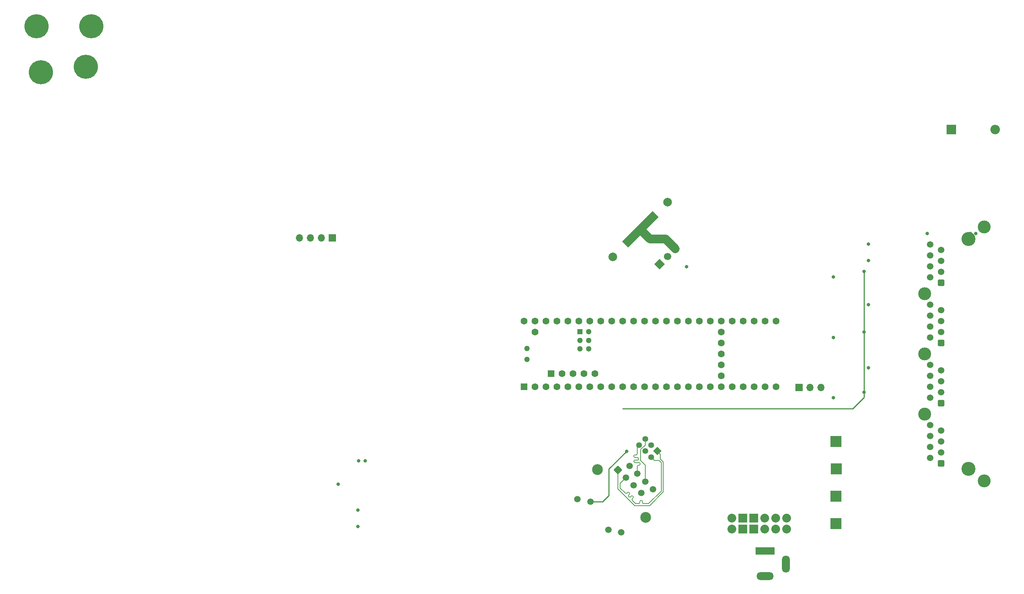
<source format=gbr>
%TF.GenerationSoftware,KiCad,Pcbnew,7.0.5-0*%
%TF.CreationDate,2024-01-05T10:03:26+01:00*%
%TF.ProjectId,mollusc_motion_board,6d6f6c6c-7573-4635-9f6d-6f74696f6e5f,rev?*%
%TF.SameCoordinates,Original*%
%TF.FileFunction,Copper,L4,Bot*%
%TF.FilePolarity,Positive*%
%FSLAX46Y46*%
G04 Gerber Fmt 4.6, Leading zero omitted, Abs format (unit mm)*
G04 Created by KiCad (PCBNEW 7.0.5-0) date 2024-01-05 10:03:26*
%MOMM*%
%LPD*%
G01*
G04 APERTURE LIST*
G04 Aperture macros list*
%AMRoundRect*
0 Rectangle with rounded corners*
0 $1 Rounding radius*
0 $2 $3 $4 $5 $6 $7 $8 $9 X,Y pos of 4 corners*
0 Add a 4 corners polygon primitive as box body*
4,1,4,$2,$3,$4,$5,$6,$7,$8,$9,$2,$3,0*
0 Add four circle primitives for the rounded corners*
1,1,$1+$1,$2,$3*
1,1,$1+$1,$4,$5*
1,1,$1+$1,$6,$7*
1,1,$1+$1,$8,$9*
0 Add four rect primitives between the rounded corners*
20,1,$1+$1,$2,$3,$4,$5,0*
20,1,$1+$1,$4,$5,$6,$7,0*
20,1,$1+$1,$6,$7,$8,$9,0*
20,1,$1+$1,$8,$9,$2,$3,0*%
%AMHorizOval*
0 Thick line with rounded ends*
0 $1 width*
0 $2 $3 position (X,Y) of the first rounded end (center of the circle)*
0 $4 $5 position (X,Y) of the second rounded end (center of the circle)*
0 Add line between two ends*
20,1,$1,$2,$3,$4,$5,0*
0 Add two circle primitives to create the rounded ends*
1,1,$1,$2,$3*
1,1,$1,$4,$5*%
%AMRotRect*
0 Rectangle, with rotation*
0 The origin of the aperture is its center*
0 $1 length*
0 $2 width*
0 $3 Rotation angle, in degrees counterclockwise*
0 Add horizontal line*
21,1,$1,$2,0,0,$3*%
G04 Aperture macros list end*
%TA.AperFunction,ComponentPad*%
%ADD10R,2.500000X2.500000*%
%TD*%
%TA.AperFunction,ComponentPad*%
%ADD11C,3.600000*%
%TD*%
%TA.AperFunction,ConnectorPad*%
%ADD12C,5.600000*%
%TD*%
%TA.AperFunction,ComponentPad*%
%ADD13RotRect,2.000000X2.000000X45.000000*%
%TD*%
%TA.AperFunction,ComponentPad*%
%ADD14C,2.000000*%
%TD*%
%TA.AperFunction,ComponentPad*%
%ADD15RotRect,1.700000X1.700000X135.000000*%
%TD*%
%TA.AperFunction,ComponentPad*%
%ADD16HorizOval,1.700000X0.000000X0.000000X0.000000X0.000000X0*%
%TD*%
%TA.AperFunction,ComponentPad*%
%ADD17R,1.700000X1.700000*%
%TD*%
%TA.AperFunction,ComponentPad*%
%ADD18O,1.700000X1.700000*%
%TD*%
%TA.AperFunction,ComponentPad*%
%ADD19C,2.040000*%
%TD*%
%TA.AperFunction,ComponentPad*%
%ADD20R,2.040000X2.040000*%
%TD*%
%TA.AperFunction,ComponentPad*%
%ADD21R,1.600000X1.600000*%
%TD*%
%TA.AperFunction,ComponentPad*%
%ADD22C,1.600000*%
%TD*%
%TA.AperFunction,ComponentPad*%
%ADD23R,1.300000X1.300000*%
%TD*%
%TA.AperFunction,ComponentPad*%
%ADD24C,1.300000*%
%TD*%
%TA.AperFunction,ComponentPad*%
%ADD25R,2.200000X2.200000*%
%TD*%
%TA.AperFunction,ComponentPad*%
%ADD26O,2.200000X2.200000*%
%TD*%
%TA.AperFunction,ComponentPad*%
%ADD27RotRect,1.350000X1.350000X225.000000*%
%TD*%
%TA.AperFunction,ComponentPad*%
%ADD28HorizOval,1.350000X0.000000X0.000000X0.000000X0.000000X0*%
%TD*%
%TA.AperFunction,ComponentPad*%
%ADD29R,4.400000X1.800000*%
%TD*%
%TA.AperFunction,ComponentPad*%
%ADD30O,4.000000X1.800000*%
%TD*%
%TA.AperFunction,ComponentPad*%
%ADD31O,1.800000X4.000000*%
%TD*%
%TA.AperFunction,WasherPad*%
%ADD32C,3.250000*%
%TD*%
%TA.AperFunction,ComponentPad*%
%ADD33RoundRect,0.250500X0.499500X-0.499500X0.499500X0.499500X-0.499500X0.499500X-0.499500X-0.499500X0*%
%TD*%
%TA.AperFunction,ComponentPad*%
%ADD34C,1.500000*%
%TD*%
%TA.AperFunction,ComponentPad*%
%ADD35C,3.000000*%
%TD*%
%TA.AperFunction,ComponentPad*%
%ADD36RoundRect,0.250500X-0.706400X0.000000X0.000000X-0.706400X0.706400X0.000000X0.000000X0.706400X0*%
%TD*%
%TA.AperFunction,ComponentPad*%
%ADD37C,2.500000*%
%TD*%
%TA.AperFunction,ComponentPad*%
%ADD38RotRect,2.000000X2.000000X225.000000*%
%TD*%
%TA.AperFunction,ViaPad*%
%ADD39C,0.800000*%
%TD*%
%TA.AperFunction,Conductor*%
%ADD40C,2.000000*%
%TD*%
%TA.AperFunction,Conductor*%
%ADD41C,0.250000*%
%TD*%
%TA.AperFunction,Conductor*%
%ADD42C,0.200000*%
%TD*%
G04 APERTURE END LIST*
D10*
%TO.P,TP1,1,1*%
%TO.N,/Vin*%
X16475000Y-33006000D03*
%TD*%
%TO.P,TP2,1,1*%
%TO.N,GND*%
X16475000Y-39370000D03*
%TD*%
D11*
%TO.P,H3,1*%
%TO.N,N/C*%
X-157480000Y66675000D03*
D12*
X-157480000Y66675000D03*
%TD*%
D13*
%TO.P,C15,1*%
%TO.N,+5V*%
X-26099136Y31730992D03*
D14*
%TO.P,C15,2*%
%TO.N,GND*%
X-22563602Y35266526D03*
%TD*%
D11*
%TO.P,H1,1*%
%TO.N,N/C*%
X-168910000Y76073000D03*
D12*
X-168910000Y76073000D03*
%TD*%
D15*
%TO.P,J1,1,Pin_1*%
%TO.N,GND*%
X-24414329Y20843440D03*
D16*
%TO.P,J1,2,Pin_2*%
%TO.N,Net-(J1-Pin_2)*%
X-22618278Y22639491D03*
%TO.P,J1,3,Pin_3*%
%TO.N,+5V*%
X-20822227Y24435542D03*
%TD*%
D11*
%TO.P,H2,1*%
%TO.N,N/C*%
X-167894000Y65405000D03*
D12*
X-167894000Y65405000D03*
%TD*%
D17*
%TO.P,J_I2C1,1,Pin_1*%
%TO.N,GND*%
X-100340000Y26924000D03*
D18*
%TO.P,J_I2C1,2,Pin_2*%
%TO.N,+5V*%
X-102880000Y26924000D03*
%TO.P,J_I2C1,3,Pin_3*%
%TO.N,/I2C_SCL*%
X-105420000Y26924000D03*
%TO.P,J_I2C1,4,Pin_4*%
%TO.N,/I2C_SDA*%
X-107960000Y26924000D03*
%TD*%
D19*
%TO.P,J6,1,Vout*%
%TO.N,+5V*%
X-7655000Y-38086000D03*
X-7655000Y-40626000D03*
D20*
%TO.P,J6,2,GND*%
%TO.N,GND*%
X-5115000Y-38086000D03*
X-5115000Y-40626000D03*
X-2575000Y-38086000D03*
X-2575000Y-40626000D03*
D19*
%TO.P,J6,3,Vin*%
%TO.N,/Vin*%
X-35000Y-38086000D03*
X-35000Y-40626000D03*
%TO.P,J6,4,Vrp*%
%TO.N,+12V*%
X2505000Y-38086000D03*
X2505000Y-40626000D03*
%TO.P,J6,5,PG*%
%TO.N,unconnected-(J6-PG-Pad5)*%
X5045000Y-38086000D03*
%TO.P,J6,6,EN*%
%TO.N,unconnected-(J6-EN-Pad6)*%
X5045000Y-40626000D03*
%TD*%
D21*
%TO.P,U9,1,GND*%
%TO.N,GND*%
X-55880000Y-7620000D03*
D22*
%TO.P,U9,2,0_RX1_CRX2_CS1*%
%TO.N,/STEPPER_03_DIR*%
X-53340000Y-7620000D03*
%TO.P,U9,3,1_TX1_CTX2_MISO1*%
%TO.N,/STEPPER_03_PULSE*%
X-50800000Y-7620000D03*
%TO.P,U9,4,2_OUT2*%
%TO.N,/STEPPER_02_DIR*%
X-48260000Y-7620000D03*
%TO.P,U9,5,3_LRCLK2*%
%TO.N,/STEPPER_02_PULSE*%
X-45720000Y-7620000D03*
%TO.P,U9,6,4_BCLK2*%
%TO.N,/STEPPER_01_DIR*%
X-43180000Y-7620000D03*
%TO.P,U9,7,5_IN2*%
%TO.N,/STEPPER_01_PULSE*%
X-40640000Y-7620000D03*
%TO.P,U9,8,6_OUT1D*%
%TO.N,/STEPPER_01_END*%
X-38100000Y-7620000D03*
%TO.P,U9,9,7_RX2_OUT1A*%
%TO.N,/STEPPER_02_END*%
X-35560000Y-7620000D03*
%TO.P,U9,10,8_TX2_IN1*%
%TO.N,/STEPPER_03_END*%
X-33020000Y-7620000D03*
%TO.P,U9,11,9_OUT1C*%
%TO.N,/TEENSY_STEPPER_ENABLE*%
X-30480000Y-7620000D03*
%TO.P,U9,12,10_CS_MQSR*%
%TO.N,unconnected-(U9-10_CS_MQSR-Pad12)*%
X-27940000Y-7620000D03*
%TO.P,U9,13,11_MOSI_CTX1*%
%TO.N,unconnected-(U9-11_MOSI_CTX1-Pad13)*%
X-25400000Y-7620000D03*
%TO.P,U9,14,12_MISO_MQSL*%
%TO.N,unconnected-(U9-12_MISO_MQSL-Pad14)*%
X-22860000Y-7620000D03*
%TO.P,U9,15,3V3*%
%TO.N,unconnected-(U9-3V3-Pad15)*%
X-20320000Y-7620000D03*
%TO.P,U9,16,24_A10_TX6_SCL2*%
%TO.N,/NEOPIXEL_SIG*%
X-17780000Y-7620000D03*
%TO.P,U9,17,25_A11_RX6_SDA2*%
%TO.N,unconnected-(U9-25_A11_RX6_SDA2-Pad17)*%
X-15240000Y-7620000D03*
%TO.P,U9,18,26_A12_MOSI1*%
%TO.N,unconnected-(U9-26_A12_MOSI1-Pad18)*%
X-12700000Y-7620000D03*
%TO.P,U9,19,27_A13_SCK1*%
%TO.N,unconnected-(U9-27_A13_SCK1-Pad19)*%
X-10160000Y-7620000D03*
%TO.P,U9,20,28_RX7*%
%TO.N,unconnected-(U9-28_RX7-Pad20)*%
X-7620000Y-7620000D03*
%TO.P,U9,21,29_TX7*%
%TO.N,unconnected-(U9-29_TX7-Pad21)*%
X-5080000Y-7620000D03*
%TO.P,U9,22,30_CRX3*%
%TO.N,unconnected-(U9-30_CRX3-Pad22)*%
X-2540000Y-7620000D03*
%TO.P,U9,23,31_CTX3*%
%TO.N,unconnected-(U9-31_CTX3-Pad23)*%
X0Y-7620000D03*
%TO.P,U9,24,32_OUT1B*%
%TO.N,unconnected-(U9-32_OUT1B-Pad24)*%
X2540000Y-7620000D03*
%TO.P,U9,25,33_MCLK2*%
%TO.N,unconnected-(U9-33_MCLK2-Pad25)*%
X2540000Y7620000D03*
%TO.P,U9,26,34_RX8*%
%TO.N,unconnected-(U9-34_RX8-Pad26)*%
X0Y7620000D03*
%TO.P,U9,27,35_TX8*%
%TO.N,unconnected-(U9-35_TX8-Pad27)*%
X-2540000Y7620000D03*
%TO.P,U9,28,36_CS*%
%TO.N,unconnected-(U9-36_CS-Pad28)*%
X-5080000Y7620000D03*
%TO.P,U9,29,37_CS*%
%TO.N,unconnected-(U9-37_CS-Pad29)*%
X-7620000Y7620000D03*
%TO.P,U9,30,38_CS1_IN1*%
%TO.N,unconnected-(U9-38_CS1_IN1-Pad30)*%
X-10160000Y7620000D03*
%TO.P,U9,31,39_MISO1_OUT1A*%
%TO.N,unconnected-(U9-39_MISO1_OUT1A-Pad31)*%
X-12700000Y7620000D03*
%TO.P,U9,32,40_A16*%
%TO.N,unconnected-(U9-40_A16-Pad32)*%
X-15240000Y7620000D03*
%TO.P,U9,33,41_A17*%
%TO.N,unconnected-(U9-41_A17-Pad33)*%
X-17780000Y7620000D03*
%TO.P,U9,34,GND*%
%TO.N,GND*%
X-20320000Y7620000D03*
%TO.P,U9,35,13_SCK_LED*%
%TO.N,unconnected-(U9-13_SCK_LED-Pad35)*%
X-22860000Y7620000D03*
%TO.P,U9,36,14_A0_TX3_SPDIF_OUT*%
%TO.N,Net-(U9-14_A0_TX3_SPDIF_OUT)*%
X-25400000Y7620000D03*
%TO.P,U9,37,15_A1_RX3_SPDIF_IN*%
%TO.N,unconnected-(U9-15_A1_RX3_SPDIF_IN-Pad37)*%
X-27940000Y7620000D03*
%TO.P,U9,38,16_A2_RX4_SCL1*%
%TO.N,unconnected-(U9-16_A2_RX4_SCL1-Pad38)*%
X-30480000Y7620000D03*
%TO.P,U9,39,17_A3_TX4_SDA1*%
%TO.N,Net-(U9-17_A3_TX4_SDA1)*%
X-33020000Y7620000D03*
%TO.P,U9,40,18_A4_SDA*%
%TO.N,/I2C_SDA*%
X-35560000Y7620000D03*
%TO.P,U9,41,19_A5_SCL*%
%TO.N,/I2C_SCL*%
X-38100000Y7620000D03*
%TO.P,U9,42,20_A6_TX5_LRCLK1*%
%TO.N,/DYN_TX*%
X-40640000Y7620000D03*
%TO.P,U9,43,21_A7_RX5_BCLK1*%
%TO.N,/DYN_RX*%
X-43180000Y7620000D03*
%TO.P,U9,44,22_A8_CTX1*%
%TO.N,/DYN_DIRECTION*%
X-45720000Y7620000D03*
%TO.P,U9,45,23_A9_CRX1_MCLK1*%
%TO.N,unconnected-(U9-23_A9_CRX1_MCLK1-Pad45)*%
X-48260000Y7620000D03*
%TO.P,U9,46,3V3*%
%TO.N,+3.3V*%
X-50800000Y7620000D03*
%TO.P,U9,47,GND*%
%TO.N,GND*%
X-53340000Y7620000D03*
%TO.P,U9,48,VIN*%
%TO.N,+5V*%
X-55880000Y7620000D03*
%TO.P,U9,49,VUSB*%
%TO.N,unconnected-(U9-VUSB-Pad49)*%
X-53340000Y5080000D03*
%TO.P,U9,50,VBAT*%
%TO.N,Net-(BT1-+)*%
X-10160000Y-5080000D03*
%TO.P,U9,51,3V3*%
%TO.N,unconnected-(U9-3V3-Pad51)*%
X-10160000Y-2540000D03*
%TO.P,U9,52,GND*%
%TO.N,Net-(BT1--)*%
X-10160000Y0D03*
%TO.P,U9,53,PROGRAM*%
%TO.N,unconnected-(U9-PROGRAM-Pad53)*%
X-10160000Y2540000D03*
%TO.P,U9,54,ON_OFF*%
%TO.N,unconnected-(U9-ON_OFF-Pad54)*%
X-10160000Y5080000D03*
D21*
%TO.P,U9,55,5V*%
%TO.N,unconnected-(U9-5V-Pad55)*%
X-49580800Y-4569200D03*
D22*
%TO.P,U9,56,D-*%
%TO.N,unconnected-(U9-D--Pad56)*%
X-47040800Y-4569200D03*
%TO.P,U9,57,D+*%
%TO.N,unconnected-(U9-D+-Pad57)*%
X-44500800Y-4569200D03*
%TO.P,U9,58,GND*%
%TO.N,unconnected-(U9-GND-Pad58)*%
X-41960800Y-4569200D03*
%TO.P,U9,59,GND*%
%TO.N,unconnected-(U9-GND-Pad59)*%
X-39420800Y-4569200D03*
D23*
%TO.P,U9,60,R+*%
%TO.N,unconnected-(U9-R+-Pad60)*%
X-42910000Y5181600D03*
D24*
%TO.P,U9,61,LED*%
%TO.N,unconnected-(U9-LED-Pad61)*%
X-42910000Y3181600D03*
%TO.P,U9,62,T-*%
%TO.N,unconnected-(U9-T--Pad62)*%
X-42910000Y1181600D03*
%TO.P,U9,63,T+*%
%TO.N,unconnected-(U9-T+-Pad63)*%
X-40910000Y1181600D03*
%TO.P,U9,64,GND*%
%TO.N,unconnected-(U9-GND-Pad64)*%
X-40910000Y3181600D03*
%TO.P,U9,65,R-*%
%TO.N,unconnected-(U9-R--Pad65)*%
X-40910000Y5181600D03*
%TO.P,U9,66,D-*%
%TO.N,unconnected-(U9-D--Pad66)*%
X-55150000Y1270000D03*
%TO.P,U9,67,D+*%
%TO.N,unconnected-(U9-D+-Pad67)*%
X-55150000Y-1270000D03*
%TD*%
D25*
%TO.P,D4,1,K*%
%TO.N,unconnected-(D4-K-Pad1)*%
X43180000Y52070000D03*
D26*
%TO.P,D4,2,A*%
%TO.N,unconnected-(D4-A-Pad2)*%
X53340000Y52070000D03*
%TD*%
D27*
%TO.P,J5,1,Pin_1*%
%TO.N,/ETH_TX+*%
X-24961031Y-22535656D03*
D28*
%TO.P,J5,2,Pin_2*%
%TO.N,/ETH_TX-*%
X-26375245Y-23949870D03*
%TO.P,J5,3,Pin_3*%
%TO.N,GND*%
X-26375245Y-21121442D03*
%TO.P,J5,4,Pin_4*%
%TO.N,Net-(J5-Pin_4)*%
X-27789458Y-22535656D03*
%TO.P,J5,5,Pin_5*%
%TO.N,/ETH_RX-*%
X-27789458Y-19707229D03*
%TO.P,J5,6,Pin_6*%
%TO.N,/ETH_RX+*%
X-29203672Y-21121442D03*
%TD*%
D29*
%TO.P,J2,1*%
%TO.N,/Vin*%
X0Y-45706000D03*
D30*
%TO.P,J2,2*%
%TO.N,GND*%
X0Y-51506000D03*
D31*
%TO.P,J2,3*%
%TO.N,unconnected-(J2-Pad3)*%
X4800000Y-48706000D03*
%TD*%
D11*
%TO.P,H4,1*%
%TO.N,N/C*%
X-156210000Y76073000D03*
D12*
X-156210000Y76073000D03*
%TD*%
D10*
%TO.P,TP4,1,1*%
%TO.N,+3.3V*%
X16475000Y-20320000D03*
%TD*%
D17*
%TO.P,J7,1,Pin_1*%
%TO.N,/STEPPER_01_END*%
X7858973Y-7747000D03*
D18*
%TO.P,J7,2,Pin_2*%
%TO.N,/STEPPER_02_END*%
X10398973Y-7747000D03*
%TO.P,J7,3,Pin_3*%
%TO.N,/STEPPER_03_END*%
X12938973Y-7747000D03*
%TD*%
D32*
%TO.P,J4,*%
%TO.N,*%
X47157000Y-26660000D03*
X47157000Y26680000D03*
D33*
%TO.P,J4,A1*%
%TO.N,/DynamixelConnection/DYN_DATA*%
X40807000Y-25390000D03*
D34*
%TO.P,J4,A2*%
%TO.N,GND*%
X38267000Y-24130000D03*
%TO.P,J4,A3*%
%TO.N,+12V*%
X40807000Y-22850000D03*
%TO.P,J4,A4*%
X38267000Y-21590000D03*
%TO.P,J4,A5*%
X40807000Y-20310000D03*
%TO.P,J4,A6*%
X38267000Y-19050000D03*
%TO.P,J4,A7*%
%TO.N,GND*%
X40807000Y-17770000D03*
%TO.P,J4,A8*%
X38267000Y-16510000D03*
D33*
%TO.P,J4,B1*%
%TO.N,/Stepper03/SIG*%
X40807000Y-11420000D03*
D34*
%TO.P,J4,B2*%
%TO.N,GND*%
X38267000Y-10160000D03*
%TO.P,J4,B3*%
%TO.N,+3.3V*%
X40807000Y-8880000D03*
%TO.P,J4,B4*%
%TO.N,/Stepper03/ENA+*%
X38267000Y-7620000D03*
%TO.P,J4,B5*%
%TO.N,GND*%
X40807000Y-6340000D03*
%TO.P,J4,B6*%
%TO.N,/Stepper03/DIR+*%
X38267000Y-5080000D03*
%TO.P,J4,B7*%
%TO.N,GND*%
X40807000Y-3800000D03*
%TO.P,J4,B8*%
%TO.N,/Stepper03/PUL+*%
X38267000Y-2540000D03*
D33*
%TO.P,J4,C1*%
%TO.N,/Stepper02/SIG*%
X40807000Y2550000D03*
D34*
%TO.P,J4,C2*%
%TO.N,GND*%
X38267000Y3810000D03*
%TO.P,J4,C3*%
%TO.N,+3.3V*%
X40807000Y5090000D03*
%TO.P,J4,C4*%
%TO.N,/Stepper02/ENA+*%
X38267000Y6350000D03*
%TO.P,J4,C5*%
%TO.N,GND*%
X40807000Y7630000D03*
%TO.P,J4,C6*%
%TO.N,/Stepper02/DIR+*%
X38267000Y8890000D03*
%TO.P,J4,C7*%
%TO.N,GND*%
X40807000Y10170000D03*
%TO.P,J4,C8*%
%TO.N,/Stepper02/PUL+*%
X38267000Y11430000D03*
D33*
%TO.P,J4,D1*%
%TO.N,/Stepper01/SIG*%
X40807000Y16520000D03*
D34*
%TO.P,J4,D2*%
%TO.N,GND*%
X38267000Y17780000D03*
%TO.P,J4,D3*%
%TO.N,+3.3V*%
X40807000Y19060000D03*
%TO.P,J4,D4*%
%TO.N,/Stepper01/ENA+*%
X38267000Y20320000D03*
%TO.P,J4,D5*%
%TO.N,GND*%
X40807000Y21600000D03*
%TO.P,J4,D6*%
%TO.N,/Stepper01/DIR+*%
X38267000Y22860000D03*
%TO.P,J4,D7*%
%TO.N,GND*%
X40807000Y24140000D03*
%TO.P,J4,D8*%
%TO.N,/Stepper01/PUL+*%
X38267000Y25400000D03*
D35*
%TO.P,J4,GND,GND*%
%TO.N,GND*%
X50837000Y-29440000D03*
X36997000Y-13960000D03*
X36997000Y10000D03*
X36997000Y13980000D03*
X50837000Y29460000D03*
%TD*%
D10*
%TO.P,TP3,1,1*%
%TO.N,+5V*%
X16510000Y-26670000D03*
%TD*%
D36*
%TO.P,J3,1*%
%TO.N,/ETH_TX+*%
X-34072102Y-26887898D03*
D34*
%TO.P,J3,2*%
%TO.N,Net-(C19-Pad1)*%
X-31378025Y-25989872D03*
%TO.P,J3,3*%
%TO.N,/ETH_TX-*%
X-32276051Y-28683949D03*
%TO.P,J3,4*%
%TO.N,/ETH_RX+*%
X-29581974Y-27785924D03*
%TO.P,J3,5*%
%TO.N,Net-(C19-Pad1)*%
X-30480000Y-30480000D03*
%TO.P,J3,6*%
%TO.N,/ETH_RX-*%
X-27785923Y-29581975D03*
%TO.P,J3,7*%
%TO.N,unconnected-(J3-Pad7)*%
X-28683948Y-32276052D03*
%TO.P,J3,8*%
%TO.N,GND*%
X-25989871Y-31378026D03*
%TO.P,J3,9*%
X-43483693Y-33640768D03*
%TO.P,J3,10*%
%TO.N,Net-(J5-Pin_4)*%
X-40485561Y-34234737D03*
%TO.P,J3,11*%
%TO.N,unconnected-(J3-Pad11)*%
X-36334844Y-40789617D03*
%TO.P,J3,12*%
%TO.N,unconnected-(J3-Pad12)*%
X-33336711Y-41383587D03*
D37*
%TO.P,J3,13*%
%TO.N,GND*%
X-38830931Y-26795974D03*
X-27693999Y-37932906D03*
%TD*%
D38*
%TO.P,C18,1*%
%TO.N,+5V*%
X-31730992Y26099136D03*
D14*
%TO.P,C18,2*%
%TO.N,GND*%
X-35266526Y22563602D03*
%TD*%
D39*
%TO.N,+5V*%
X-92710000Y-24765000D03*
X15885000Y-10150000D03*
X15885000Y17888441D03*
X15885000Y3820000D03*
X-98933000Y-30226000D03*
%TO.N,GND*%
X24013000Y25508441D03*
X-94234000Y-24765000D03*
X24013000Y-3165000D03*
X-94361000Y-36195000D03*
X-94361000Y-40005000D03*
X24013000Y11440000D03*
X24013000Y21698441D03*
%TO.N,+3.3V*%
X47625000Y27940000D03*
X48895000Y27940000D03*
X37632000Y27940000D03*
%TO.N,/TEENSY_STEPPER_ENABLE*%
X22997000Y5090000D03*
X22997000Y-8880000D03*
X22997000Y19158441D03*
%TO.N,/NEOPIXEL_SIG*%
X-18196511Y20236264D03*
%TO.N,Net-(J5-Pin_4)*%
X-32077354Y-22558284D03*
%TD*%
D40*
%TO.N,+5V*%
X-31730992Y26099136D02*
X-26099136Y31730992D01*
X-23056684Y26670000D02*
X-20822228Y24435543D01*
X-26670000Y26670000D02*
X-23056684Y26670000D01*
X-28915064Y28915064D02*
X-26670000Y26670000D01*
D41*
%TO.N,/TEENSY_STEPPER_ENABLE*%
X22997000Y-10023000D02*
X20320000Y-12700000D01*
X20320000Y-12700000D02*
X-33020000Y-12700000D01*
X22997000Y-8880000D02*
X22997000Y19158441D01*
X22997000Y-8880000D02*
X22997000Y-10023000D01*
D42*
%TO.N,/ETH_TX+*%
X-34072102Y-31298831D02*
X-30194894Y-35176039D01*
X-26775608Y-35176039D02*
X-23590517Y-31990947D01*
X-34072102Y-26887898D02*
X-34072102Y-31298831D01*
X-24245085Y-23251603D02*
X-24961031Y-22535656D01*
X-24245085Y-24347618D02*
X-24245085Y-23251603D01*
X-30194894Y-35176039D02*
X-26775608Y-35176039D01*
X-23590517Y-31990947D02*
X-23590517Y-25002186D01*
X-23590517Y-25002186D02*
X-24245085Y-24347618D01*
%TO.N,/ETH_TX-*%
X-28426042Y-34426034D02*
X-28426042Y-34426035D01*
X-29326041Y-34726035D02*
X-30008501Y-34726036D01*
X-24563283Y-24665816D02*
X-24040519Y-25188579D01*
X-24040519Y-31804553D02*
X-26962002Y-34726036D01*
X-31909330Y-32153991D02*
X-32032806Y-32277466D01*
X-32457070Y-32277466D02*
X-33622101Y-31112435D01*
X-31608542Y-32701730D02*
X-31485066Y-32578255D01*
X-31060811Y-33002527D02*
X-31184278Y-33125995D01*
X-29326041Y-34726034D02*
X-29326041Y-34726035D01*
X-28426042Y-34426035D02*
X-28426042Y-34251401D01*
X-26962002Y-34726036D02*
X-28126041Y-34726036D01*
X-33622101Y-31112435D02*
X-33622101Y-30030000D01*
X-30760014Y-33550259D02*
X-30636547Y-33426791D01*
X-25659298Y-24665816D02*
X-24563283Y-24665816D01*
X-26375245Y-23949870D02*
X-25659298Y-24665816D01*
X-24040519Y-25188579D02*
X-24040519Y-31804553D01*
X-33622101Y-30030000D02*
X-32276051Y-28683950D01*
X-29026042Y-34251401D02*
X-29026042Y-34426034D01*
X-30008501Y-34726036D02*
X-30760014Y-33974523D01*
X-31608504Y-32701768D02*
G75*
G03*
X-31608541Y-33125994I212104J-212132D01*
G01*
X-31485089Y-32578232D02*
G75*
G03*
X-31485066Y-32153991I-212111J212132D01*
G01*
X-30636507Y-33426831D02*
G75*
G03*
X-30636548Y-33002528I-212193J212131D01*
G01*
X-32457069Y-32277465D02*
G75*
G03*
X-32032807Y-32277465I212131J212131D01*
G01*
X-28726042Y-33951358D02*
G75*
G03*
X-29026042Y-34251401I42J-300042D01*
G01*
X-31608542Y-33125995D02*
G75*
G03*
X-31184278Y-33125995I212132J212135D01*
G01*
X-29326041Y-34725958D02*
G75*
G03*
X-29026042Y-34426034I41J299958D01*
G01*
X-28426036Y-34426034D02*
G75*
G03*
X-28126041Y-34726036I300036J34D01*
G01*
X-31485067Y-32153992D02*
G75*
G03*
X-31909329Y-32153992I-212131J-212131D01*
G01*
X-30760004Y-33550269D02*
G75*
G03*
X-30760013Y-33974522I212104J-212131D01*
G01*
X-28426001Y-34251401D02*
G75*
G03*
X-28726042Y-33951401I-299999J1D01*
G01*
X-30636548Y-33002528D02*
G75*
G03*
X-31060810Y-33002528I-212131J-212131D01*
G01*
%TO.N,/ETH_RX+*%
X-29240764Y-25797095D02*
X-29281974Y-25797093D01*
X-29581974Y-26097093D02*
X-29581974Y-26097094D01*
X-30123184Y-25197095D02*
X-29240764Y-25197092D01*
X-29881975Y-23397099D02*
X-29881974Y-23397099D01*
X-29240766Y-25797095D02*
X-29240764Y-25797095D01*
X-29381974Y-24097099D02*
X-29381974Y-24497098D01*
X-30149928Y-23997098D02*
X-29481974Y-23997095D01*
X-30149927Y-23997098D02*
X-30149928Y-23997098D01*
X-29203672Y-21121443D02*
X-29581974Y-21499745D01*
X-29581974Y-21499745D02*
X-29581974Y-23097099D01*
X-29481974Y-24597098D02*
X-30123184Y-24597095D01*
X-29881974Y-23397099D02*
X-30149928Y-23397098D01*
X-29481973Y-24095124D02*
X-29481974Y-24095126D01*
X-29581974Y-26097094D02*
X-29581974Y-27785924D01*
X-30123183Y-25197095D02*
X-30123184Y-25197095D01*
X-29481973Y-24597098D02*
X-29481974Y-24597098D01*
X-29381995Y-24097099D02*
G75*
G03*
X-29481974Y-23997095I-100005J-1D01*
G01*
X-29481973Y-24597126D02*
G75*
G03*
X-29381974Y-24497098I-27J100026D01*
G01*
X-29240766Y-25797136D02*
G75*
G03*
X-28940764Y-25497095I-34J300036D01*
G01*
X-29281974Y-25797126D02*
G75*
G03*
X-29581974Y-26097093I-26J-299974D01*
G01*
X-30423195Y-24897095D02*
G75*
G03*
X-30123183Y-25197095I299995J-5D01*
G01*
X-30149928Y-23397072D02*
G75*
G03*
X-30449928Y-23697098I28J-300028D01*
G01*
X-30123184Y-24597116D02*
G75*
G03*
X-30423184Y-24897095I-16J-299984D01*
G01*
X-30449898Y-23697098D02*
G75*
G03*
X-30149927Y-23997098I299998J-2D01*
G01*
X-28940792Y-25497095D02*
G75*
G03*
X-29240764Y-25197092I-300008J-5D01*
G01*
X-29881975Y-23397126D02*
G75*
G03*
X-29581974Y-23097099I-25J300026D01*
G01*
%TO.N,/ETH_RX-*%
X-27789458Y-21144070D02*
X-27789458Y-19707229D01*
X-28844461Y-22199073D02*
X-27789458Y-21144070D01*
X-27766831Y-25791176D02*
X-28844461Y-24713545D01*
X-27785923Y-26169478D02*
X-27766831Y-26150386D01*
X-27766831Y-26150386D02*
X-27766831Y-25791176D01*
X-27785923Y-29581975D02*
X-27785923Y-26169478D01*
X-28844461Y-24713545D02*
X-28844461Y-22199073D01*
D41*
%TO.N,Net-(J5-Pin_4)*%
X-40485560Y-34234738D02*
X-37647234Y-34234738D01*
X-36208271Y-26689201D02*
X-32077354Y-22558284D01*
X-36208271Y-32795776D02*
X-36208271Y-26689201D01*
X-37647234Y-34234738D02*
X-36208271Y-32795776D01*
%TD*%
M02*

</source>
